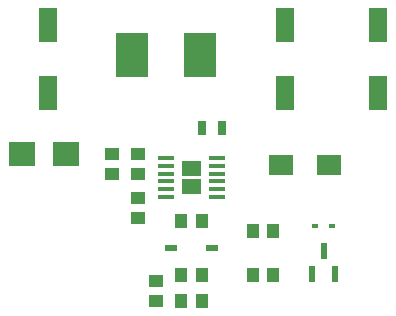
<source format=gtp>
G04 Layer_Color=8421504*
%FSLAX44Y44*%
%MOMM*%
G71*
G01*
G75*
%ADD11R,1.3858X0.4410*%
%ADD12R,0.5680X1.4112*%
%ADD13R,0.7112X1.2446*%
%ADD14R,2.7940X3.8100*%
%ADD15R,0.6096X0.3556*%
%ADD16R,1.0056X1.2000*%
%ADD17R,2.0000X1.7000*%
%ADD18R,1.5620X2.9908*%
%ADD19R,2.1740X2.0844*%
%ADD20R,1.2000X1.0056*%
%ADD21R,1.1000X0.6100*%
G36*
X207763Y105518D02*
X192237D01*
Y118250D01*
X207763D01*
Y105518D01*
D02*
G37*
G36*
Y120250D02*
X192237D01*
Y132982D01*
X207763D01*
Y120250D01*
D02*
G37*
D11*
X221844Y135506D02*
D03*
Y129004D02*
D03*
Y122501D02*
D03*
Y115999D02*
D03*
Y109496D02*
D03*
Y102994D02*
D03*
X178156D02*
D03*
Y109496D02*
D03*
Y115999D02*
D03*
Y122501D02*
D03*
Y129004D02*
D03*
Y135506D02*
D03*
D12*
X311750Y56804D02*
D03*
X321275Y37500D02*
D03*
X302225D02*
D03*
D13*
X208991Y161000D02*
D03*
X226009D02*
D03*
D14*
X207202Y222750D02*
D03*
X149798D02*
D03*
D15*
X304511Y77750D02*
D03*
X318989D02*
D03*
D16*
X251972Y73500D02*
D03*
X269028D02*
D03*
X251972Y36500D02*
D03*
X269028D02*
D03*
X208528Y14250D02*
D03*
X191472D02*
D03*
X208528Y36500D02*
D03*
X191472D02*
D03*
X208528Y82500D02*
D03*
X191472D02*
D03*
D17*
X276000Y129750D02*
D03*
X316000D02*
D03*
D18*
X279500Y248570D02*
D03*
Y190500D02*
D03*
X357750Y248570D02*
D03*
Y190500D02*
D03*
X78500Y248570D02*
D03*
Y190500D02*
D03*
D19*
X56680Y139250D02*
D03*
X93820D02*
D03*
D20*
X170000Y14222D02*
D03*
Y31278D02*
D03*
X154500Y102028D02*
D03*
Y84972D02*
D03*
X132500Y139278D02*
D03*
Y122222D02*
D03*
X154500Y139278D02*
D03*
Y122222D02*
D03*
D21*
X182750Y59500D02*
D03*
X217250D02*
D03*
M02*

</source>
